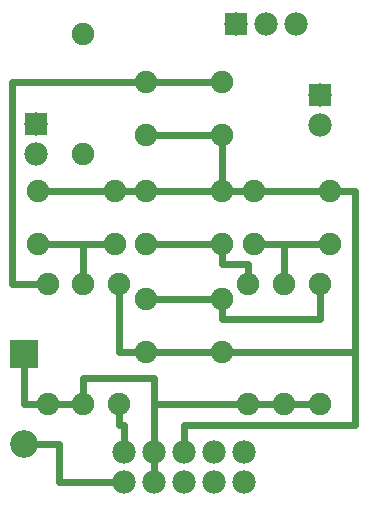
<source format=gtl>
G04 MADE WITH FRITZING*
G04 WWW.FRITZING.ORG*
G04 DOUBLE SIDED*
G04 HOLES PLATED*
G04 CONTOUR ON CENTER OF CONTOUR VECTOR*
%ASAXBY*%
%FSLAX23Y23*%
%MOIN*%
%OFA0B0*%
%SFA1.0B1.0*%
%ADD10C,0.078000*%
%ADD11C,0.075000*%
%ADD12C,0.092000*%
%ADD13R,0.078000X0.078000*%
%ADD14R,0.092000X0.092000*%
%ADD15C,0.024000*%
%LNCOPPER1*%
G90*
G70*
G54D10*
X118Y1281D03*
X118Y1181D03*
G54D11*
X275Y1181D03*
X275Y1581D03*
G54D10*
X784Y1614D03*
X884Y1614D03*
X984Y1614D03*
X1063Y1378D03*
X1063Y1278D03*
X411Y86D03*
X511Y86D03*
X611Y86D03*
X711Y86D03*
X811Y86D03*
X411Y86D03*
X511Y86D03*
X611Y86D03*
X711Y86D03*
X811Y86D03*
X811Y186D03*
X711Y186D03*
X611Y186D03*
X511Y186D03*
X411Y186D03*
G54D11*
X483Y1420D03*
X739Y1420D03*
X483Y1242D03*
X739Y1242D03*
X380Y880D03*
X124Y880D03*
X380Y1057D03*
X124Y1057D03*
X483Y698D03*
X739Y698D03*
X483Y521D03*
X739Y521D03*
X1099Y881D03*
X843Y881D03*
X1099Y1058D03*
X843Y1058D03*
X739Y881D03*
X483Y881D03*
X739Y1058D03*
X483Y1058D03*
X157Y748D03*
X157Y348D03*
X275Y748D03*
X275Y348D03*
X1063Y748D03*
X1063Y348D03*
X945Y748D03*
X945Y348D03*
X826Y748D03*
X826Y348D03*
X393Y748D03*
X393Y348D03*
G54D12*
X78Y512D03*
X78Y212D03*
G54D13*
X118Y1281D03*
X784Y1614D03*
X1063Y1378D03*
G54D14*
X78Y512D03*
G54D15*
X39Y1420D02*
X455Y1420D01*
D02*
X39Y748D02*
X39Y1420D01*
D02*
X711Y1242D02*
X512Y1242D01*
D02*
X739Y1087D02*
X739Y1214D01*
D02*
X129Y748D02*
X39Y748D01*
D02*
X411Y276D02*
X393Y276D01*
D02*
X393Y276D02*
X393Y319D01*
D02*
X393Y521D02*
X393Y719D01*
D02*
X455Y521D02*
X393Y521D01*
D02*
X411Y216D02*
X411Y276D01*
D02*
X511Y348D02*
X798Y348D01*
D02*
X511Y216D02*
X511Y348D01*
D02*
X916Y348D02*
X855Y348D01*
D02*
X973Y348D02*
X1034Y348D01*
D02*
X511Y433D02*
X275Y433D01*
D02*
X275Y433D02*
X275Y377D01*
D02*
X511Y216D02*
X511Y433D01*
D02*
X186Y348D02*
X247Y348D01*
D02*
X78Y348D02*
X78Y475D01*
D02*
X129Y348D02*
X78Y348D01*
D02*
X275Y880D02*
X275Y777D01*
D02*
X351Y880D02*
X275Y880D01*
D02*
X381Y86D02*
X196Y86D01*
D02*
X196Y86D02*
X196Y212D01*
D02*
X196Y212D02*
X116Y212D01*
D02*
X511Y156D02*
X511Y116D01*
D02*
X945Y881D02*
X1070Y881D01*
D02*
X945Y777D02*
X945Y881D01*
D02*
X611Y276D02*
X611Y216D01*
D02*
X1181Y276D02*
X611Y276D01*
D02*
X1181Y1058D02*
X1181Y276D01*
D02*
X1127Y1058D02*
X1181Y1058D01*
D02*
X739Y852D02*
X739Y815D01*
D02*
X739Y815D02*
X826Y815D01*
D02*
X826Y815D02*
X826Y777D01*
D02*
X1070Y1058D02*
X872Y1058D01*
D02*
X814Y1058D02*
X768Y1058D01*
D02*
X711Y1058D02*
X512Y1058D01*
D02*
X455Y1058D02*
X408Y1058D01*
D02*
X512Y521D02*
X711Y521D01*
D02*
X711Y1420D02*
X512Y1420D01*
D02*
X512Y698D02*
X711Y698D01*
D02*
X351Y1057D02*
X152Y1057D01*
D02*
X152Y880D02*
X351Y880D01*
D02*
X1070Y881D02*
X872Y881D01*
D02*
X739Y629D02*
X739Y669D01*
D02*
X1063Y629D02*
X739Y629D01*
D02*
X1063Y719D02*
X1063Y629D01*
D02*
X711Y881D02*
X512Y881D01*
D02*
X611Y276D02*
X611Y216D01*
D02*
X1181Y276D02*
X611Y276D01*
D02*
X1181Y521D02*
X1181Y276D01*
D02*
X768Y521D02*
X1181Y521D01*
G04 End of Copper1*
M02*
</source>
